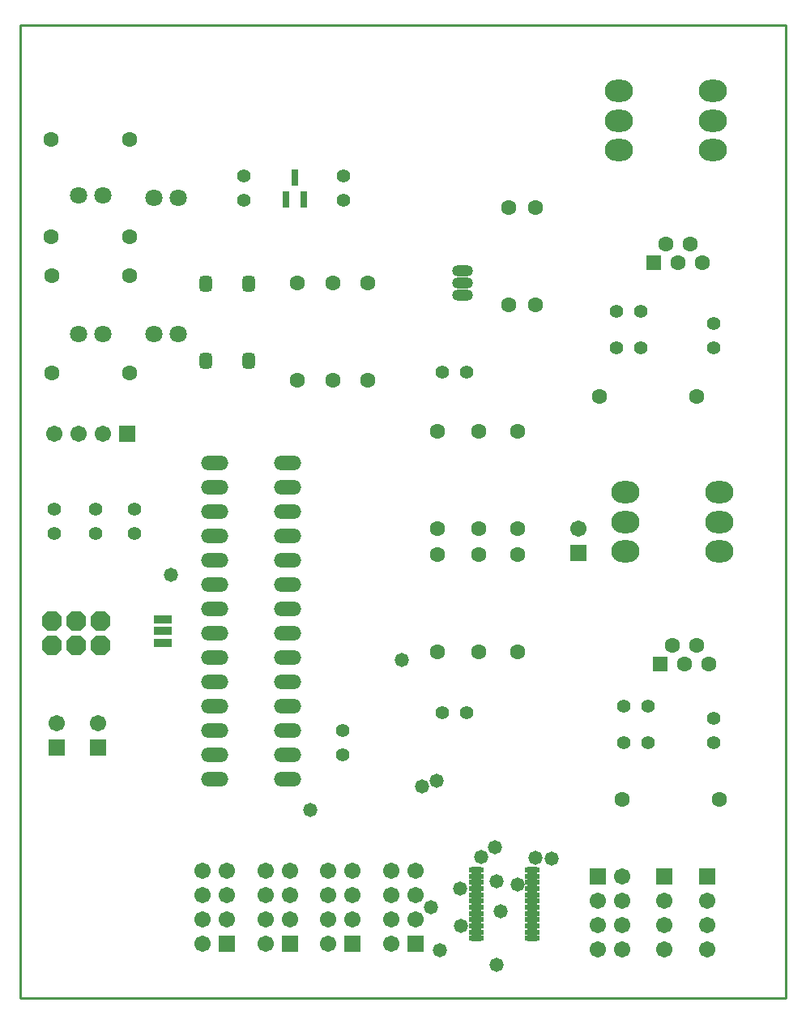
<source format=gts>
G04*
G04 #@! TF.GenerationSoftware,Altium Limited,Altium Designer,20.0.10 (225)*
G04*
G04 Layer_Color=8388736*
%FSLAX24Y24*%
%MOIN*%
G70*
G01*
G75*
%ADD12C,0.0100*%
%ADD21R,0.0316X0.0651*%
G04:AMPARAMS|DCode=22|XSize=65mil|YSize=53mil|CornerRadius=15.3mil|HoleSize=0mil|Usage=FLASHONLY|Rotation=90.000|XOffset=0mil|YOffset=0mil|HoleType=Round|Shape=RoundedRectangle|*
%AMROUNDEDRECTD22*
21,1,0.0650,0.0225,0,0,90.0*
21,1,0.0345,0.0530,0,0,90.0*
1,1,0.0305,0.0113,0.0173*
1,1,0.0305,0.0113,-0.0173*
1,1,0.0305,-0.0113,-0.0173*
1,1,0.0305,-0.0113,0.0173*
%
%ADD22ROUNDEDRECTD22*%
%ADD23R,0.0750X0.0360*%
%ADD24O,0.0631X0.0257*%
%ADD25R,0.0671X0.0671*%
%ADD26C,0.0671*%
%ADD27C,0.0552*%
%ADD28P,0.0888X8X22.5*%
%ADD29C,0.0710*%
%ADD30C,0.0631*%
%ADD31O,0.0867X0.0474*%
%ADD32O,0.0867X0.0474*%
%ADD33O,0.1120X0.0600*%
%ADD34R,0.0671X0.0671*%
%ADD35O,0.1159X0.0907*%
%ADD36R,0.0631X0.0631*%
%ADD37C,0.0580*%
D12*
X0Y0D02*
Y40000D01*
X31500D01*
X31500Y0D01*
X0D02*
X31500D01*
D21*
X11300Y33763D02*
D03*
X11674Y32837D02*
D03*
X10926D02*
D03*
D22*
X9386Y26225D02*
D03*
Y29379D02*
D03*
X7618Y26225D02*
D03*
Y29379D02*
D03*
D23*
X5875Y14628D02*
D03*
Y15100D02*
D03*
Y15580D02*
D03*
D24*
X21073Y2470D02*
D03*
Y2726D02*
D03*
Y2982D02*
D03*
Y3238D02*
D03*
Y3494D02*
D03*
Y3750D02*
D03*
Y4006D02*
D03*
Y4262D02*
D03*
Y4518D02*
D03*
Y4774D02*
D03*
Y5030D02*
D03*
Y5285D02*
D03*
X18750Y2470D02*
D03*
Y2726D02*
D03*
Y2982D02*
D03*
Y3238D02*
D03*
Y3494D02*
D03*
Y3750D02*
D03*
Y4006D02*
D03*
Y4262D02*
D03*
Y4518D02*
D03*
Y4774D02*
D03*
Y5030D02*
D03*
Y5285D02*
D03*
D25*
X3200Y10300D02*
D03*
X1500D02*
D03*
X28250Y5006D02*
D03*
X26500D02*
D03*
X22950Y18300D02*
D03*
X23750Y5006D02*
D03*
X16250Y2250D02*
D03*
X11083D02*
D03*
X13667D02*
D03*
X8500D02*
D03*
D26*
X3200Y11300D02*
D03*
X1500D02*
D03*
X28250Y2006D02*
D03*
Y3006D02*
D03*
Y4006D02*
D03*
X26500Y2006D02*
D03*
Y3006D02*
D03*
Y4006D02*
D03*
X1400Y23200D02*
D03*
X2400D02*
D03*
X3400D02*
D03*
X22950Y19300D02*
D03*
X24750Y2006D02*
D03*
X23750D02*
D03*
X24750Y3006D02*
D03*
X23750D02*
D03*
X24750Y4006D02*
D03*
X23750D02*
D03*
X24750Y5006D02*
D03*
X15250Y5250D02*
D03*
X16250D02*
D03*
X15250Y4250D02*
D03*
X16250D02*
D03*
X15250Y3250D02*
D03*
X16250D02*
D03*
X15250Y2250D02*
D03*
X10083Y5250D02*
D03*
X11083D02*
D03*
X10083Y4250D02*
D03*
X11083D02*
D03*
X10083Y3250D02*
D03*
X11083D02*
D03*
X10083Y2250D02*
D03*
X12667Y5250D02*
D03*
X13667D02*
D03*
X12667Y4250D02*
D03*
X13667D02*
D03*
X12667Y3250D02*
D03*
X13667D02*
D03*
X12667Y2250D02*
D03*
X7500Y5250D02*
D03*
X8500D02*
D03*
X7500Y4250D02*
D03*
X8500D02*
D03*
X7500Y3250D02*
D03*
X8500D02*
D03*
X7500Y2250D02*
D03*
D27*
X13300Y32800D02*
D03*
Y33800D02*
D03*
X9200Y32800D02*
D03*
Y33800D02*
D03*
X13250Y11000D02*
D03*
Y10000D02*
D03*
X1400Y20100D02*
D03*
Y19100D02*
D03*
X3100Y20100D02*
D03*
Y19100D02*
D03*
X4700Y20100D02*
D03*
Y19100D02*
D03*
X28524Y26750D02*
D03*
Y27750D02*
D03*
Y10500D02*
D03*
Y11500D02*
D03*
X24524Y28250D02*
D03*
X25524D02*
D03*
X24524Y26750D02*
D03*
X25524D02*
D03*
X24837Y12000D02*
D03*
X25837D02*
D03*
X24837Y10500D02*
D03*
X25837D02*
D03*
X17350Y11750D02*
D03*
X18350D02*
D03*
X17350Y25750D02*
D03*
X18350D02*
D03*
D28*
X1300Y14500D02*
D03*
Y15500D02*
D03*
X2300Y14500D02*
D03*
Y15500D02*
D03*
X3300Y14500D02*
D03*
Y15500D02*
D03*
D29*
X5500Y32900D02*
D03*
X6500D02*
D03*
X2400Y33000D02*
D03*
X3400D02*
D03*
X5500Y27300D02*
D03*
X6500D02*
D03*
X2400D02*
D03*
X3400D02*
D03*
D30*
X4500Y35300D02*
D03*
Y31300D02*
D03*
X14300Y25400D02*
D03*
Y29400D02*
D03*
X12850Y25400D02*
D03*
Y29400D02*
D03*
X20100Y28500D02*
D03*
Y32500D02*
D03*
X21200Y28500D02*
D03*
Y32500D02*
D03*
X11400Y25400D02*
D03*
Y29400D02*
D03*
X1250Y31300D02*
D03*
Y35300D02*
D03*
X4500Y25700D02*
D03*
Y29700D02*
D03*
X1300Y25700D02*
D03*
Y29700D02*
D03*
X27563Y31000D02*
D03*
X26563D02*
D03*
X27063Y30250D02*
D03*
X28063D02*
D03*
X27813Y14500D02*
D03*
X26813D02*
D03*
X27313Y13750D02*
D03*
X28313D02*
D03*
X23837Y24750D02*
D03*
X27837D02*
D03*
X24774Y8166D02*
D03*
X28774D02*
D03*
X18850Y14250D02*
D03*
Y18250D02*
D03*
X20450D02*
D03*
Y14250D02*
D03*
X18850Y23300D02*
D03*
Y19300D02*
D03*
X20450D02*
D03*
Y23300D02*
D03*
X17150Y18250D02*
D03*
Y14250D02*
D03*
Y19300D02*
D03*
Y23300D02*
D03*
D31*
X18200Y29900D02*
D03*
D32*
Y29400D02*
D03*
Y28900D02*
D03*
D33*
X11000Y22000D02*
D03*
Y21000D02*
D03*
Y20000D02*
D03*
Y19000D02*
D03*
Y18000D02*
D03*
Y17000D02*
D03*
Y16000D02*
D03*
Y15000D02*
D03*
Y14000D02*
D03*
Y13000D02*
D03*
Y12000D02*
D03*
Y11000D02*
D03*
Y10000D02*
D03*
Y9000D02*
D03*
X8000D02*
D03*
Y10000D02*
D03*
Y11000D02*
D03*
Y12000D02*
D03*
Y13000D02*
D03*
Y14000D02*
D03*
Y15000D02*
D03*
Y16000D02*
D03*
Y17000D02*
D03*
Y18000D02*
D03*
Y19000D02*
D03*
Y20000D02*
D03*
Y21000D02*
D03*
Y22000D02*
D03*
D34*
X4400Y23200D02*
D03*
D35*
X24642Y37313D02*
D03*
Y36093D02*
D03*
Y34872D02*
D03*
X28500D02*
D03*
Y36093D02*
D03*
Y37313D02*
D03*
X24892Y20813D02*
D03*
Y19593D02*
D03*
Y18372D02*
D03*
X28750D02*
D03*
Y19593D02*
D03*
Y20813D02*
D03*
D36*
X26063Y30250D02*
D03*
X26313Y13750D02*
D03*
D37*
X16520Y8720D02*
D03*
X19770Y3580D02*
D03*
X19601Y1370D02*
D03*
X20450Y4680D02*
D03*
X21200Y5770D02*
D03*
X17120Y8940D02*
D03*
X19580Y4820D02*
D03*
X18950Y5810D02*
D03*
X18090Y4500D02*
D03*
X16890Y3750D02*
D03*
X15690Y13920D02*
D03*
X18120Y2970D02*
D03*
X17246Y1966D02*
D03*
X19520Y6210D02*
D03*
X11930Y7750D02*
D03*
X21870Y5740D02*
D03*
X6200Y17400D02*
D03*
M02*

</source>
